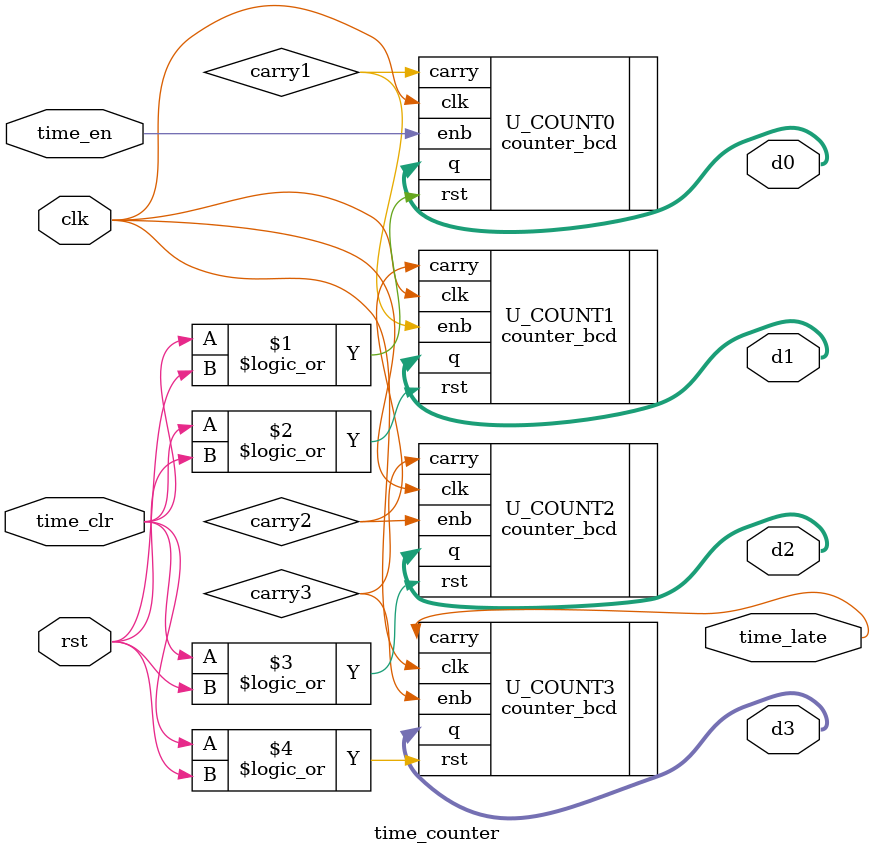
<source format=sv>

module time_counter (input logic        clk, rst, time_clr, time_en,
		     output logic 	time_late,
		     output logic [3:0] d3, d2, d1, d0
		     );
   logic 				   carry1, carry2, carry3;
   
   counter_bcd U_COUNT0(.clk, .rst(time_clr || rst), .enb(time_en), .q(d0), .carry(carry1));
   counter_bcd U_COUNT1(.clk, .rst(time_clr || rst), .enb(carry1), .q(d1), .carry(carry2));
   counter_bcd U_COUNT2(.clk, .rst(time_clr || rst), .enb(carry2), .q(d2), .carry(carry3));
   counter_bcd U_COUNT3(.clk, .rst(time_clr || rst), .enb(carry3), .q(d3), .carry(time_late));
   
   
endmodule // stopwatch_count

</source>
